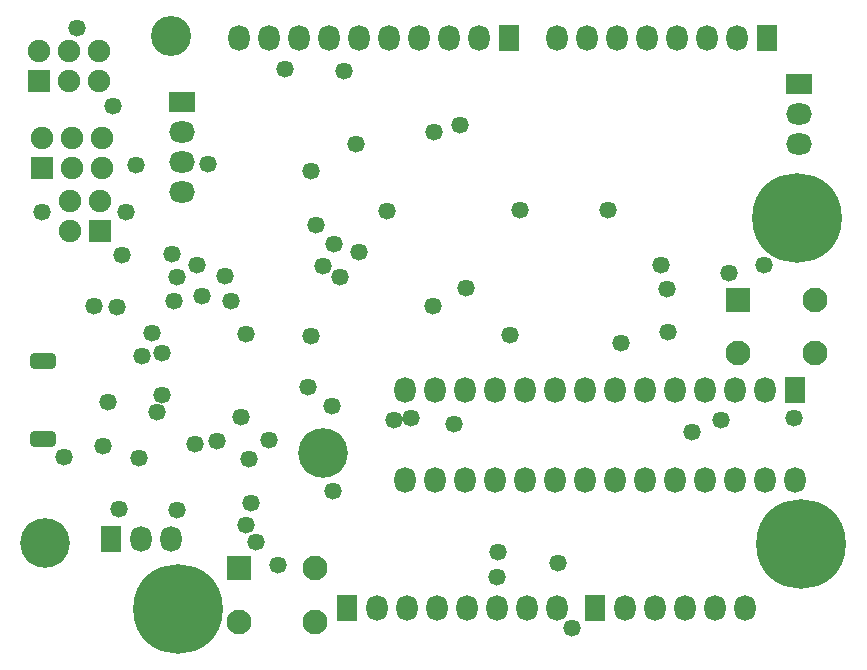
<source format=gbs>
G04*
G04 #@! TF.GenerationSoftware,Altium Limited,Altium Designer,24.9.1 (31)*
G04*
G04 Layer_Color=16711935*
%FSLAX44Y44*%
%MOMM*%
G71*
G04*
G04 #@! TF.SameCoordinates,CB504186-4DDD-4C07-9CBA-7D3857A53BA6*
G04*
G04*
G04 #@! TF.FilePolarity,Negative*
G04*
G01*
G75*
%ADD31R,1.9000X1.9000*%
%ADD59C,2.1000*%
%ADD60R,2.1000X2.1000*%
%ADD61R,1.8000X2.2000*%
%ADD62O,1.8000X2.2000*%
%ADD63C,7.6000*%
%ADD64C,3.4000*%
%ADD65C,4.2000*%
%ADD66O,2.2000X1.8000*%
%ADD67R,2.2000X1.8000*%
%ADD68C,1.9000*%
%ADD69R,1.9000X1.9000*%
G04:AMPARAMS|DCode=70|XSize=2.2mm|YSize=1.4mm|CornerRadius=0.4mm|HoleSize=0mm|Usage=FLASHONLY|Rotation=0.000|XOffset=0mm|YOffset=0mm|HoleType=Round|Shape=RoundedRectangle|*
%AMROUNDEDRECTD70*
21,1,2.2000,0.6000,0,0,0.0*
21,1,1.4000,1.4000,0,0,0.0*
1,1,0.8000,0.7000,-0.3000*
1,1,0.8000,-0.7000,-0.3000*
1,1,0.8000,-0.7000,0.3000*
1,1,0.8000,0.7000,0.3000*
%
%ADD70ROUNDEDRECTD70*%
%ADD71C,1.4700*%
D31*
X70400Y344000D02*
D03*
D59*
X610500Y240500D02*
D03*
X675500D02*
D03*
Y285500D02*
D03*
X252500Y58500D02*
D03*
Y13500D02*
D03*
X187500D02*
D03*
D60*
X610500Y285500D02*
D03*
X187500Y58500D02*
D03*
D61*
X658350Y209450D02*
D03*
X279400Y25400D02*
D03*
X489200Y25000D02*
D03*
X416560Y508000D02*
D03*
X635000D02*
D03*
X79600Y83000D02*
D03*
D62*
X632950Y209450D02*
D03*
X607550D02*
D03*
X582150D02*
D03*
X556750D02*
D03*
X531350D02*
D03*
X505950D02*
D03*
X480550D02*
D03*
X455150D02*
D03*
X429750D02*
D03*
X404350D02*
D03*
X378950D02*
D03*
X353550D02*
D03*
X328150D02*
D03*
X658350Y133250D02*
D03*
X632950D02*
D03*
X607550D02*
D03*
X582150D02*
D03*
X556750D02*
D03*
X531350D02*
D03*
X505950D02*
D03*
X480550D02*
D03*
X455150D02*
D03*
X429750D02*
D03*
X404350D02*
D03*
X378950D02*
D03*
X353550D02*
D03*
X328150D02*
D03*
X355600Y25400D02*
D03*
X457200D02*
D03*
X431800D02*
D03*
X406400D02*
D03*
X381000D02*
D03*
X330200D02*
D03*
X304800D02*
D03*
X616200Y25000D02*
D03*
X590800D02*
D03*
X565400D02*
D03*
X540000D02*
D03*
X514600D02*
D03*
X187960Y508000D02*
D03*
X213360D02*
D03*
X238760D02*
D03*
X264160D02*
D03*
X289560D02*
D03*
X314960D02*
D03*
X340360D02*
D03*
X365760D02*
D03*
X391160D02*
D03*
X609600D02*
D03*
X584200D02*
D03*
X533400D02*
D03*
X508000D02*
D03*
X482600D02*
D03*
X457200D02*
D03*
X558800D02*
D03*
X130400Y83000D02*
D03*
X105000D02*
D03*
D63*
X136000Y24000D02*
D03*
X664000Y79000D02*
D03*
X660400Y355600D02*
D03*
D64*
X130000Y509000D02*
D03*
D65*
X259000Y156000D02*
D03*
X24000Y80000D02*
D03*
D66*
X140000Y376900D02*
D03*
Y402300D02*
D03*
Y427700D02*
D03*
X662000Y418200D02*
D03*
Y443600D02*
D03*
D67*
X140000Y453100D02*
D03*
X662000Y469000D02*
D03*
D68*
X69400Y497000D02*
D03*
X44000D02*
D03*
X18600D02*
D03*
X69400Y471600D02*
D03*
X44000D02*
D03*
X71800Y423000D02*
D03*
X46400D02*
D03*
X21000D02*
D03*
X71800Y397600D02*
D03*
X46400D02*
D03*
X45000Y369400D02*
D03*
Y344000D02*
D03*
X70400Y369400D02*
D03*
D69*
X18600Y471600D02*
D03*
X21000Y397600D02*
D03*
D70*
X22005Y168000D02*
D03*
Y234000D02*
D03*
D71*
X123000Y241250D02*
D03*
X105656Y238300D02*
D03*
X114150Y258000D02*
D03*
X84903Y279907D02*
D03*
X370000Y180900D02*
D03*
X511300Y249000D02*
D03*
X551000Y259000D02*
D03*
X201850Y80850D02*
D03*
X194000Y95000D02*
D03*
X426000Y362000D02*
D03*
X417000Y256000D02*
D03*
X268500Y333500D02*
D03*
X253000Y349000D02*
D03*
X259319Y314681D02*
D03*
X246681Y212318D02*
D03*
X267000Y196000D02*
D03*
X65000Y281000D02*
D03*
X77351Y199421D02*
D03*
X151000Y164000D02*
D03*
X40000Y152650D02*
D03*
X103000Y152000D02*
D03*
X73000Y162000D02*
D03*
X277000Y480000D02*
D03*
X227000Y481000D02*
D03*
X273650Y305350D02*
D03*
X289818Y326819D02*
D03*
X175906Y306047D02*
D03*
X152345Y315350D02*
D03*
X135000Y305000D02*
D03*
X131000Y324700D02*
D03*
X181217Y285000D02*
D03*
X156517Y289000D02*
D03*
X133000Y285000D02*
D03*
X213000Y167000D02*
D03*
X51000Y516000D02*
D03*
X123000Y205000D02*
D03*
X118350Y191055D02*
D03*
X81000Y450000D02*
D03*
X21000Y360000D02*
D03*
X169000Y166000D02*
D03*
X86000Y109000D02*
D03*
X135000Y108000D02*
D03*
X221000Y61000D02*
D03*
X198000Y114000D02*
D03*
X458000Y63000D02*
D03*
X406650Y51300D02*
D03*
X406850Y72000D02*
D03*
X595878Y183914D02*
D03*
X470000Y8000D02*
D03*
X100350Y399650D02*
D03*
X162000Y401000D02*
D03*
X249000Y255000D02*
D03*
X267850Y124000D02*
D03*
X193732Y257295D02*
D03*
X189352Y187058D02*
D03*
X196000Y151000D02*
D03*
X318850Y184000D02*
D03*
X333399Y186101D02*
D03*
X632000Y315000D02*
D03*
X603000Y308350D02*
D03*
X550000Y295000D02*
D03*
X92000Y360000D02*
D03*
X545000Y315000D02*
D03*
X89000Y324000D02*
D03*
X658000Y186000D02*
D03*
X571000Y174000D02*
D03*
X352000Y281000D02*
D03*
X249000Y395000D02*
D03*
X287000Y418000D02*
D03*
X375000Y434000D02*
D03*
X353000Y428000D02*
D03*
X313000Y361000D02*
D03*
X380000Y296000D02*
D03*
X500000Y362000D02*
D03*
M02*

</source>
